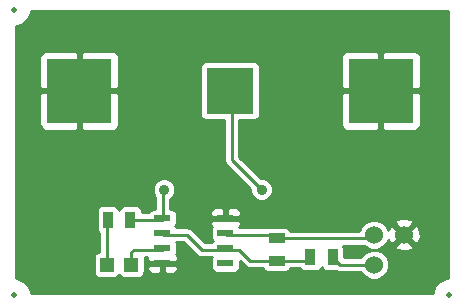
<source format=gtl>
G04 (created by PCBNEW (2013-07-07 BZR 4022)-stable) date 9/13/2014 6:53:18 PM*
%MOIN*%
G04 Gerber Fmt 3.4, Leading zero omitted, Abs format*
%FSLAX34Y34*%
G01*
G70*
G90*
G04 APERTURE LIST*
%ADD10C,0.00590551*%
%ADD11R,0.055X0.035*%
%ADD12R,0.035X0.055*%
%ADD13R,0.0472X0.0472*%
%ADD14C,0.06*%
%ADD15C,0.02*%
%ADD16R,0.15748X0.15748*%
%ADD17R,0.216535X0.216535*%
%ADD18R,0.0551X0.0236*%
%ADD19C,0.035*%
%ADD20C,0.01*%
G04 APERTURE END LIST*
G54D10*
G54D11*
X8750Y1875D03*
X8750Y1125D03*
G54D12*
X3875Y2500D03*
X3125Y2500D03*
X9875Y1250D03*
X10625Y1250D03*
G54D13*
X3913Y1000D03*
X3087Y1000D03*
G54D14*
X13000Y2000D03*
X12000Y2000D03*
X12000Y1000D03*
G54D15*
X0Y9500D03*
X14500Y0D03*
X0Y0D03*
G54D16*
X7200Y6800D03*
G54D17*
X12221Y6800D03*
X2178Y6800D03*
G54D18*
X7046Y2553D03*
X4946Y2553D03*
X7046Y2053D03*
X7046Y1553D03*
X7046Y1053D03*
X4946Y2053D03*
X4946Y1553D03*
X4946Y1053D03*
G54D19*
X5000Y3500D03*
X8250Y3500D03*
G54D20*
X4950Y2500D02*
X4950Y3450D01*
X4950Y3450D02*
X5000Y3500D01*
X8250Y3500D02*
X7250Y4500D01*
X7250Y4500D02*
X7250Y6750D01*
X12000Y1000D02*
X10875Y1000D01*
X10875Y1000D02*
X10625Y1250D01*
X3875Y2500D02*
X4950Y2500D01*
X4950Y1500D02*
X4000Y1500D01*
X3913Y1413D02*
X3913Y1000D01*
X4000Y1500D02*
X3913Y1413D01*
X3087Y1000D02*
X3087Y2462D01*
X3087Y2462D02*
X3125Y2500D01*
X8750Y1125D02*
X9750Y1125D01*
X9750Y1125D02*
X9875Y1250D01*
X7050Y1500D02*
X7500Y1500D01*
X7875Y1125D02*
X8750Y1125D01*
X7500Y1500D02*
X7875Y1125D01*
X4950Y2000D02*
X5750Y2000D01*
X6250Y1500D02*
X7050Y1500D01*
X5750Y2000D02*
X6250Y1500D01*
X8750Y1875D02*
X11875Y1875D01*
X11875Y1875D02*
X12000Y2000D01*
X7050Y2000D02*
X8625Y2000D01*
X8625Y2000D02*
X8750Y1875D01*
G54D10*
G36*
X14450Y550D02*
X14391Y550D01*
X14188Y466D01*
X14034Y311D01*
X13950Y109D01*
X13950Y50D01*
X13554Y50D01*
X13554Y1918D01*
X13554Y1926D01*
X13554Y5766D01*
X13554Y7833D01*
X13554Y7932D01*
X13516Y8024D01*
X13445Y8094D01*
X13353Y8132D01*
X12334Y8132D01*
X12271Y8070D01*
X12271Y6850D01*
X13491Y6850D01*
X13554Y6912D01*
X13554Y7833D01*
X13554Y5766D01*
X13554Y6687D01*
X13491Y6750D01*
X12271Y6750D01*
X12271Y5529D01*
X12334Y5467D01*
X13353Y5467D01*
X13445Y5505D01*
X13516Y5575D01*
X13554Y5667D01*
X13554Y5766D01*
X13554Y1926D01*
X13543Y2136D01*
X13481Y2287D01*
X13385Y2315D01*
X13315Y2244D01*
X13315Y2385D01*
X13287Y2481D01*
X13081Y2554D01*
X12863Y2543D01*
X12712Y2481D01*
X12684Y2385D01*
X13000Y2070D01*
X13315Y2385D01*
X13315Y2244D01*
X13070Y2000D01*
X13385Y1684D01*
X13481Y1712D01*
X13554Y1918D01*
X13554Y50D01*
X13315Y50D01*
X13315Y1614D01*
X13000Y1929D01*
X12929Y1858D01*
X12929Y2000D01*
X12614Y2315D01*
X12518Y2287D01*
X12473Y2162D01*
X12424Y2282D01*
X12283Y2423D01*
X12171Y2470D01*
X12171Y5529D01*
X12171Y6750D01*
X12171Y6850D01*
X12171Y8070D01*
X12109Y8132D01*
X11089Y8132D01*
X10997Y8094D01*
X10927Y8024D01*
X10889Y7932D01*
X10888Y7833D01*
X10888Y6912D01*
X10951Y6850D01*
X12171Y6850D01*
X12171Y6750D01*
X10951Y6750D01*
X10888Y6687D01*
X10888Y5766D01*
X10889Y5667D01*
X10927Y5575D01*
X10997Y5505D01*
X11089Y5467D01*
X12109Y5467D01*
X12171Y5529D01*
X12171Y2470D01*
X12099Y2499D01*
X11900Y2500D01*
X11717Y2424D01*
X11576Y2283D01*
X11510Y2125D01*
X9210Y2125D01*
X9194Y2163D01*
X9138Y2219D01*
X9064Y2249D01*
X8985Y2250D01*
X8625Y2250D01*
X8625Y3574D01*
X8568Y3712D01*
X8462Y3817D01*
X8324Y3874D01*
X8228Y3875D01*
X7500Y4603D01*
X7500Y5812D01*
X8027Y5812D01*
X8100Y5842D01*
X8156Y5899D01*
X8187Y5972D01*
X8187Y6052D01*
X8187Y7627D01*
X8157Y7700D01*
X8100Y7756D01*
X8027Y7787D01*
X7947Y7787D01*
X6372Y7787D01*
X6299Y7757D01*
X6243Y7700D01*
X6212Y7627D01*
X6212Y7547D01*
X6212Y5972D01*
X6242Y5899D01*
X6299Y5843D01*
X6372Y5812D01*
X6452Y5812D01*
X7000Y5812D01*
X7000Y4500D01*
X7019Y4404D01*
X7073Y4323D01*
X7875Y3521D01*
X7874Y3425D01*
X7931Y3287D01*
X8037Y3182D01*
X8175Y3125D01*
X8324Y3124D01*
X8462Y3181D01*
X8567Y3287D01*
X8624Y3425D01*
X8625Y3574D01*
X8625Y2250D01*
X8435Y2250D01*
X8435Y2250D01*
X7506Y2250D01*
X7501Y2260D01*
X7534Y2293D01*
X7572Y2385D01*
X7572Y2720D01*
X7534Y2812D01*
X7464Y2882D01*
X7372Y2921D01*
X7272Y2921D01*
X7159Y2921D01*
X7096Y2858D01*
X7096Y2603D01*
X7509Y2603D01*
X7572Y2665D01*
X7572Y2720D01*
X7572Y2385D01*
X7572Y2440D01*
X7509Y2503D01*
X7096Y2503D01*
X7096Y2495D01*
X6996Y2495D01*
X6996Y2503D01*
X6996Y2603D01*
X6996Y2858D01*
X6934Y2921D01*
X6820Y2921D01*
X6721Y2921D01*
X6629Y2882D01*
X6559Y2812D01*
X6521Y2720D01*
X6521Y2665D01*
X6583Y2603D01*
X6996Y2603D01*
X6996Y2503D01*
X6583Y2503D01*
X6521Y2440D01*
X6521Y2385D01*
X6559Y2293D01*
X6592Y2260D01*
X6571Y2211D01*
X6571Y2131D01*
X6571Y1895D01*
X6601Y1822D01*
X6620Y1803D01*
X6601Y1784D01*
X6587Y1750D01*
X6353Y1750D01*
X5926Y2176D01*
X5845Y2230D01*
X5750Y2250D01*
X5406Y2250D01*
X5392Y2284D01*
X5373Y2303D01*
X5391Y2321D01*
X5422Y2395D01*
X5422Y2474D01*
X5422Y2710D01*
X5392Y2784D01*
X5335Y2840D01*
X5262Y2871D01*
X5200Y2871D01*
X5200Y3176D01*
X5212Y3181D01*
X5317Y3287D01*
X5374Y3425D01*
X5375Y3574D01*
X5318Y3712D01*
X5212Y3817D01*
X5074Y3874D01*
X4925Y3875D01*
X4787Y3818D01*
X4682Y3712D01*
X4625Y3574D01*
X4624Y3425D01*
X4681Y3287D01*
X4700Y3269D01*
X4700Y2871D01*
X4631Y2871D01*
X4558Y2840D01*
X4501Y2784D01*
X4487Y2750D01*
X4250Y2750D01*
X4250Y2814D01*
X4219Y2888D01*
X4163Y2944D01*
X4089Y2974D01*
X4010Y2975D01*
X3660Y2975D01*
X3586Y2944D01*
X3530Y2888D01*
X3511Y2841D01*
X3511Y5766D01*
X3511Y7833D01*
X3510Y7932D01*
X3472Y8024D01*
X3402Y8094D01*
X3310Y8132D01*
X2290Y8132D01*
X2228Y8070D01*
X2228Y6850D01*
X3448Y6850D01*
X3511Y6912D01*
X3511Y7833D01*
X3511Y5766D01*
X3511Y6687D01*
X3448Y6750D01*
X2228Y6750D01*
X2228Y5529D01*
X2290Y5467D01*
X3310Y5467D01*
X3402Y5505D01*
X3472Y5575D01*
X3510Y5667D01*
X3511Y5766D01*
X3511Y2841D01*
X3500Y2814D01*
X3500Y2814D01*
X3469Y2888D01*
X3413Y2944D01*
X3339Y2974D01*
X3260Y2975D01*
X2910Y2975D01*
X2836Y2944D01*
X2780Y2888D01*
X2750Y2814D01*
X2749Y2735D01*
X2749Y2185D01*
X2780Y2111D01*
X2836Y2055D01*
X2837Y2055D01*
X2837Y1436D01*
X2811Y1436D01*
X2737Y1405D01*
X2681Y1349D01*
X2651Y1275D01*
X2650Y1196D01*
X2650Y724D01*
X2681Y650D01*
X2737Y594D01*
X2811Y564D01*
X2890Y563D01*
X3362Y563D01*
X3436Y594D01*
X3492Y650D01*
X3499Y668D01*
X3507Y650D01*
X3563Y594D01*
X3637Y564D01*
X3716Y563D01*
X4188Y563D01*
X4262Y594D01*
X4318Y650D01*
X4348Y724D01*
X4349Y803D01*
X4349Y1250D01*
X4433Y1250D01*
X4421Y1220D01*
X4421Y1165D01*
X4483Y1103D01*
X4896Y1103D01*
X4896Y1111D01*
X4996Y1111D01*
X4996Y1103D01*
X5409Y1103D01*
X5472Y1165D01*
X5472Y1220D01*
X5434Y1312D01*
X5401Y1345D01*
X5422Y1395D01*
X5422Y1474D01*
X5422Y1710D01*
X5406Y1750D01*
X5646Y1750D01*
X6073Y1323D01*
X6154Y1269D01*
X6250Y1250D01*
X6587Y1250D01*
X6571Y1211D01*
X6571Y1131D01*
X6571Y895D01*
X6601Y822D01*
X6657Y765D01*
X6731Y735D01*
X6810Y735D01*
X7361Y735D01*
X7435Y765D01*
X7491Y821D01*
X7522Y895D01*
X7522Y974D01*
X7522Y1124D01*
X7698Y948D01*
X7779Y894D01*
X7779Y894D01*
X7875Y875D01*
X8289Y875D01*
X8305Y836D01*
X8361Y780D01*
X8435Y750D01*
X8514Y749D01*
X9064Y749D01*
X9138Y780D01*
X9194Y836D01*
X9210Y875D01*
X9524Y875D01*
X9530Y861D01*
X9586Y805D01*
X9660Y775D01*
X9739Y774D01*
X10089Y774D01*
X10163Y805D01*
X10219Y861D01*
X10249Y935D01*
X10249Y935D01*
X10280Y861D01*
X10336Y805D01*
X10410Y775D01*
X10489Y774D01*
X10770Y774D01*
X10779Y769D01*
X10779Y769D01*
X10875Y750D01*
X11562Y750D01*
X11575Y717D01*
X11716Y576D01*
X11900Y500D01*
X12099Y499D01*
X12282Y575D01*
X12423Y716D01*
X12499Y900D01*
X12500Y1099D01*
X12424Y1282D01*
X12283Y1423D01*
X12099Y1499D01*
X11900Y1500D01*
X11717Y1424D01*
X11576Y1283D01*
X11562Y1250D01*
X11000Y1250D01*
X11000Y1564D01*
X10975Y1625D01*
X11667Y1625D01*
X11716Y1576D01*
X11900Y1500D01*
X12099Y1499D01*
X12282Y1575D01*
X12423Y1716D01*
X12470Y1828D01*
X12518Y1712D01*
X12614Y1684D01*
X12929Y2000D01*
X12929Y1858D01*
X12684Y1614D01*
X12712Y1518D01*
X12918Y1445D01*
X13136Y1456D01*
X13287Y1518D01*
X13315Y1614D01*
X13315Y50D01*
X5472Y50D01*
X5472Y885D01*
X5472Y940D01*
X5409Y1003D01*
X4996Y1003D01*
X4996Y747D01*
X5059Y685D01*
X5172Y685D01*
X5272Y685D01*
X5364Y723D01*
X5434Y793D01*
X5472Y885D01*
X5472Y50D01*
X4896Y50D01*
X4896Y747D01*
X4896Y1003D01*
X4483Y1003D01*
X4421Y940D01*
X4421Y885D01*
X4459Y793D01*
X4529Y723D01*
X4621Y685D01*
X4720Y685D01*
X4834Y685D01*
X4896Y747D01*
X4896Y50D01*
X2128Y50D01*
X2128Y5529D01*
X2128Y6750D01*
X2128Y6850D01*
X2128Y8070D01*
X2065Y8132D01*
X1046Y8132D01*
X954Y8094D01*
X883Y8024D01*
X845Y7932D01*
X845Y7833D01*
X845Y6912D01*
X908Y6850D01*
X2128Y6850D01*
X2128Y6750D01*
X908Y6750D01*
X845Y6687D01*
X845Y5766D01*
X845Y5667D01*
X883Y5575D01*
X954Y5505D01*
X1046Y5467D01*
X2065Y5467D01*
X2128Y5529D01*
X2128Y50D01*
X550Y50D01*
X550Y108D01*
X466Y311D01*
X311Y465D01*
X109Y549D01*
X50Y549D01*
X50Y8949D01*
X108Y8949D01*
X311Y9033D01*
X465Y9188D01*
X549Y9390D01*
X549Y9450D01*
X14450Y9450D01*
X14450Y550D01*
X14450Y550D01*
G37*
G54D20*
X14450Y550D02*
X14391Y550D01*
X14188Y466D01*
X14034Y311D01*
X13950Y109D01*
X13950Y50D01*
X13554Y50D01*
X13554Y1918D01*
X13554Y1926D01*
X13554Y5766D01*
X13554Y7833D01*
X13554Y7932D01*
X13516Y8024D01*
X13445Y8094D01*
X13353Y8132D01*
X12334Y8132D01*
X12271Y8070D01*
X12271Y6850D01*
X13491Y6850D01*
X13554Y6912D01*
X13554Y7833D01*
X13554Y5766D01*
X13554Y6687D01*
X13491Y6750D01*
X12271Y6750D01*
X12271Y5529D01*
X12334Y5467D01*
X13353Y5467D01*
X13445Y5505D01*
X13516Y5575D01*
X13554Y5667D01*
X13554Y5766D01*
X13554Y1926D01*
X13543Y2136D01*
X13481Y2287D01*
X13385Y2315D01*
X13315Y2244D01*
X13315Y2385D01*
X13287Y2481D01*
X13081Y2554D01*
X12863Y2543D01*
X12712Y2481D01*
X12684Y2385D01*
X13000Y2070D01*
X13315Y2385D01*
X13315Y2244D01*
X13070Y2000D01*
X13385Y1684D01*
X13481Y1712D01*
X13554Y1918D01*
X13554Y50D01*
X13315Y50D01*
X13315Y1614D01*
X13000Y1929D01*
X12929Y1858D01*
X12929Y2000D01*
X12614Y2315D01*
X12518Y2287D01*
X12473Y2162D01*
X12424Y2282D01*
X12283Y2423D01*
X12171Y2470D01*
X12171Y5529D01*
X12171Y6750D01*
X12171Y6850D01*
X12171Y8070D01*
X12109Y8132D01*
X11089Y8132D01*
X10997Y8094D01*
X10927Y8024D01*
X10889Y7932D01*
X10888Y7833D01*
X10888Y6912D01*
X10951Y6850D01*
X12171Y6850D01*
X12171Y6750D01*
X10951Y6750D01*
X10888Y6687D01*
X10888Y5766D01*
X10889Y5667D01*
X10927Y5575D01*
X10997Y5505D01*
X11089Y5467D01*
X12109Y5467D01*
X12171Y5529D01*
X12171Y2470D01*
X12099Y2499D01*
X11900Y2500D01*
X11717Y2424D01*
X11576Y2283D01*
X11510Y2125D01*
X9210Y2125D01*
X9194Y2163D01*
X9138Y2219D01*
X9064Y2249D01*
X8985Y2250D01*
X8625Y2250D01*
X8625Y3574D01*
X8568Y3712D01*
X8462Y3817D01*
X8324Y3874D01*
X8228Y3875D01*
X7500Y4603D01*
X7500Y5812D01*
X8027Y5812D01*
X8100Y5842D01*
X8156Y5899D01*
X8187Y5972D01*
X8187Y6052D01*
X8187Y7627D01*
X8157Y7700D01*
X8100Y7756D01*
X8027Y7787D01*
X7947Y7787D01*
X6372Y7787D01*
X6299Y7757D01*
X6243Y7700D01*
X6212Y7627D01*
X6212Y7547D01*
X6212Y5972D01*
X6242Y5899D01*
X6299Y5843D01*
X6372Y5812D01*
X6452Y5812D01*
X7000Y5812D01*
X7000Y4500D01*
X7019Y4404D01*
X7073Y4323D01*
X7875Y3521D01*
X7874Y3425D01*
X7931Y3287D01*
X8037Y3182D01*
X8175Y3125D01*
X8324Y3124D01*
X8462Y3181D01*
X8567Y3287D01*
X8624Y3425D01*
X8625Y3574D01*
X8625Y2250D01*
X8435Y2250D01*
X8435Y2250D01*
X7506Y2250D01*
X7501Y2260D01*
X7534Y2293D01*
X7572Y2385D01*
X7572Y2720D01*
X7534Y2812D01*
X7464Y2882D01*
X7372Y2921D01*
X7272Y2921D01*
X7159Y2921D01*
X7096Y2858D01*
X7096Y2603D01*
X7509Y2603D01*
X7572Y2665D01*
X7572Y2720D01*
X7572Y2385D01*
X7572Y2440D01*
X7509Y2503D01*
X7096Y2503D01*
X7096Y2495D01*
X6996Y2495D01*
X6996Y2503D01*
X6996Y2603D01*
X6996Y2858D01*
X6934Y2921D01*
X6820Y2921D01*
X6721Y2921D01*
X6629Y2882D01*
X6559Y2812D01*
X6521Y2720D01*
X6521Y2665D01*
X6583Y2603D01*
X6996Y2603D01*
X6996Y2503D01*
X6583Y2503D01*
X6521Y2440D01*
X6521Y2385D01*
X6559Y2293D01*
X6592Y2260D01*
X6571Y2211D01*
X6571Y2131D01*
X6571Y1895D01*
X6601Y1822D01*
X6620Y1803D01*
X6601Y1784D01*
X6587Y1750D01*
X6353Y1750D01*
X5926Y2176D01*
X5845Y2230D01*
X5750Y2250D01*
X5406Y2250D01*
X5392Y2284D01*
X5373Y2303D01*
X5391Y2321D01*
X5422Y2395D01*
X5422Y2474D01*
X5422Y2710D01*
X5392Y2784D01*
X5335Y2840D01*
X5262Y2871D01*
X5200Y2871D01*
X5200Y3176D01*
X5212Y3181D01*
X5317Y3287D01*
X5374Y3425D01*
X5375Y3574D01*
X5318Y3712D01*
X5212Y3817D01*
X5074Y3874D01*
X4925Y3875D01*
X4787Y3818D01*
X4682Y3712D01*
X4625Y3574D01*
X4624Y3425D01*
X4681Y3287D01*
X4700Y3269D01*
X4700Y2871D01*
X4631Y2871D01*
X4558Y2840D01*
X4501Y2784D01*
X4487Y2750D01*
X4250Y2750D01*
X4250Y2814D01*
X4219Y2888D01*
X4163Y2944D01*
X4089Y2974D01*
X4010Y2975D01*
X3660Y2975D01*
X3586Y2944D01*
X3530Y2888D01*
X3511Y2841D01*
X3511Y5766D01*
X3511Y7833D01*
X3510Y7932D01*
X3472Y8024D01*
X3402Y8094D01*
X3310Y8132D01*
X2290Y8132D01*
X2228Y8070D01*
X2228Y6850D01*
X3448Y6850D01*
X3511Y6912D01*
X3511Y7833D01*
X3511Y5766D01*
X3511Y6687D01*
X3448Y6750D01*
X2228Y6750D01*
X2228Y5529D01*
X2290Y5467D01*
X3310Y5467D01*
X3402Y5505D01*
X3472Y5575D01*
X3510Y5667D01*
X3511Y5766D01*
X3511Y2841D01*
X3500Y2814D01*
X3500Y2814D01*
X3469Y2888D01*
X3413Y2944D01*
X3339Y2974D01*
X3260Y2975D01*
X2910Y2975D01*
X2836Y2944D01*
X2780Y2888D01*
X2750Y2814D01*
X2749Y2735D01*
X2749Y2185D01*
X2780Y2111D01*
X2836Y2055D01*
X2837Y2055D01*
X2837Y1436D01*
X2811Y1436D01*
X2737Y1405D01*
X2681Y1349D01*
X2651Y1275D01*
X2650Y1196D01*
X2650Y724D01*
X2681Y650D01*
X2737Y594D01*
X2811Y564D01*
X2890Y563D01*
X3362Y563D01*
X3436Y594D01*
X3492Y650D01*
X3499Y668D01*
X3507Y650D01*
X3563Y594D01*
X3637Y564D01*
X3716Y563D01*
X4188Y563D01*
X4262Y594D01*
X4318Y650D01*
X4348Y724D01*
X4349Y803D01*
X4349Y1250D01*
X4433Y1250D01*
X4421Y1220D01*
X4421Y1165D01*
X4483Y1103D01*
X4896Y1103D01*
X4896Y1111D01*
X4996Y1111D01*
X4996Y1103D01*
X5409Y1103D01*
X5472Y1165D01*
X5472Y1220D01*
X5434Y1312D01*
X5401Y1345D01*
X5422Y1395D01*
X5422Y1474D01*
X5422Y1710D01*
X5406Y1750D01*
X5646Y1750D01*
X6073Y1323D01*
X6154Y1269D01*
X6250Y1250D01*
X6587Y1250D01*
X6571Y1211D01*
X6571Y1131D01*
X6571Y895D01*
X6601Y822D01*
X6657Y765D01*
X6731Y735D01*
X6810Y735D01*
X7361Y735D01*
X7435Y765D01*
X7491Y821D01*
X7522Y895D01*
X7522Y974D01*
X7522Y1124D01*
X7698Y948D01*
X7779Y894D01*
X7779Y894D01*
X7875Y875D01*
X8289Y875D01*
X8305Y836D01*
X8361Y780D01*
X8435Y750D01*
X8514Y749D01*
X9064Y749D01*
X9138Y780D01*
X9194Y836D01*
X9210Y875D01*
X9524Y875D01*
X9530Y861D01*
X9586Y805D01*
X9660Y775D01*
X9739Y774D01*
X10089Y774D01*
X10163Y805D01*
X10219Y861D01*
X10249Y935D01*
X10249Y935D01*
X10280Y861D01*
X10336Y805D01*
X10410Y775D01*
X10489Y774D01*
X10770Y774D01*
X10779Y769D01*
X10779Y769D01*
X10875Y750D01*
X11562Y750D01*
X11575Y717D01*
X11716Y576D01*
X11900Y500D01*
X12099Y499D01*
X12282Y575D01*
X12423Y716D01*
X12499Y900D01*
X12500Y1099D01*
X12424Y1282D01*
X12283Y1423D01*
X12099Y1499D01*
X11900Y1500D01*
X11717Y1424D01*
X11576Y1283D01*
X11562Y1250D01*
X11000Y1250D01*
X11000Y1564D01*
X10975Y1625D01*
X11667Y1625D01*
X11716Y1576D01*
X11900Y1500D01*
X12099Y1499D01*
X12282Y1575D01*
X12423Y1716D01*
X12470Y1828D01*
X12518Y1712D01*
X12614Y1684D01*
X12929Y2000D01*
X12929Y1858D01*
X12684Y1614D01*
X12712Y1518D01*
X12918Y1445D01*
X13136Y1456D01*
X13287Y1518D01*
X13315Y1614D01*
X13315Y50D01*
X5472Y50D01*
X5472Y885D01*
X5472Y940D01*
X5409Y1003D01*
X4996Y1003D01*
X4996Y747D01*
X5059Y685D01*
X5172Y685D01*
X5272Y685D01*
X5364Y723D01*
X5434Y793D01*
X5472Y885D01*
X5472Y50D01*
X4896Y50D01*
X4896Y747D01*
X4896Y1003D01*
X4483Y1003D01*
X4421Y940D01*
X4421Y885D01*
X4459Y793D01*
X4529Y723D01*
X4621Y685D01*
X4720Y685D01*
X4834Y685D01*
X4896Y747D01*
X4896Y50D01*
X2128Y50D01*
X2128Y5529D01*
X2128Y6750D01*
X2128Y6850D01*
X2128Y8070D01*
X2065Y8132D01*
X1046Y8132D01*
X954Y8094D01*
X883Y8024D01*
X845Y7932D01*
X845Y7833D01*
X845Y6912D01*
X908Y6850D01*
X2128Y6850D01*
X2128Y6750D01*
X908Y6750D01*
X845Y6687D01*
X845Y5766D01*
X845Y5667D01*
X883Y5575D01*
X954Y5505D01*
X1046Y5467D01*
X2065Y5467D01*
X2128Y5529D01*
X2128Y50D01*
X550Y50D01*
X550Y108D01*
X466Y311D01*
X311Y465D01*
X109Y549D01*
X50Y549D01*
X50Y8949D01*
X108Y8949D01*
X311Y9033D01*
X465Y9188D01*
X549Y9390D01*
X549Y9450D01*
X14450Y9450D01*
X14450Y550D01*
M02*

</source>
